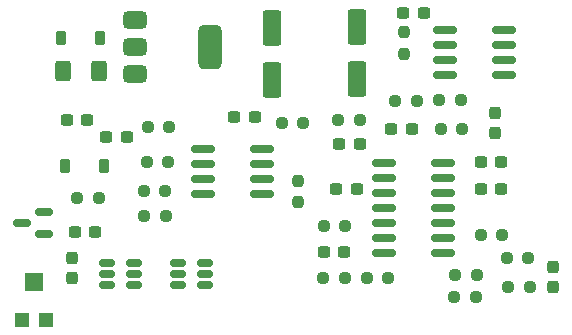
<source format=gtp>
%TF.GenerationSoftware,KiCad,Pcbnew,9.0.6*%
%TF.CreationDate,2025-12-01T20:52:41-05:00*%
%TF.ProjectId,Pico 2HP,5069636f-2032-4485-902e-6b696361645f,rev?*%
%TF.SameCoordinates,Original*%
%TF.FileFunction,Paste,Top*%
%TF.FilePolarity,Positive*%
%FSLAX46Y46*%
G04 Gerber Fmt 4.6, Leading zero omitted, Abs format (unit mm)*
G04 Created by KiCad (PCBNEW 9.0.6) date 2025-12-01 20:52:41*
%MOMM*%
%LPD*%
G01*
G04 APERTURE LIST*
G04 Aperture macros list*
%AMRoundRect*
0 Rectangle with rounded corners*
0 $1 Rounding radius*
0 $2 $3 $4 $5 $6 $7 $8 $9 X,Y pos of 4 corners*
0 Add a 4 corners polygon primitive as box body*
4,1,4,$2,$3,$4,$5,$6,$7,$8,$9,$2,$3,0*
0 Add four circle primitives for the rounded corners*
1,1,$1+$1,$2,$3*
1,1,$1+$1,$4,$5*
1,1,$1+$1,$6,$7*
1,1,$1+$1,$8,$9*
0 Add four rect primitives between the rounded corners*
20,1,$1+$1,$2,$3,$4,$5,0*
20,1,$1+$1,$4,$5,$6,$7,0*
20,1,$1+$1,$6,$7,$8,$9,0*
20,1,$1+$1,$8,$9,$2,$3,0*%
G04 Aperture macros list end*
%ADD10RoundRect,0.150000X-0.825000X-0.150000X0.825000X-0.150000X0.825000X0.150000X-0.825000X0.150000X0*%
%ADD11RoundRect,0.237500X-0.250000X-0.237500X0.250000X-0.237500X0.250000X0.237500X-0.250000X0.237500X0*%
%ADD12RoundRect,0.250000X-0.550000X1.250000X-0.550000X-1.250000X0.550000X-1.250000X0.550000X1.250000X0*%
%ADD13RoundRect,0.150000X0.825000X0.150000X-0.825000X0.150000X-0.825000X-0.150000X0.825000X-0.150000X0*%
%ADD14RoundRect,0.237500X0.250000X0.237500X-0.250000X0.237500X-0.250000X-0.237500X0.250000X-0.237500X0*%
%ADD15RoundRect,0.237500X-0.300000X-0.237500X0.300000X-0.237500X0.300000X0.237500X-0.300000X0.237500X0*%
%ADD16RoundRect,0.237500X0.237500X-0.300000X0.237500X0.300000X-0.237500X0.300000X-0.237500X-0.300000X0*%
%ADD17RoundRect,0.237500X0.300000X0.237500X-0.300000X0.237500X-0.300000X-0.237500X0.300000X-0.237500X0*%
%ADD18RoundRect,0.250000X-0.400000X-0.625000X0.400000X-0.625000X0.400000X0.625000X-0.400000X0.625000X0*%
%ADD19R,1.200000X1.200000*%
%ADD20R,1.600000X1.500000*%
%ADD21RoundRect,0.150000X0.587500X0.150000X-0.587500X0.150000X-0.587500X-0.150000X0.587500X-0.150000X0*%
%ADD22RoundRect,0.150000X0.512500X0.150000X-0.512500X0.150000X-0.512500X-0.150000X0.512500X-0.150000X0*%
%ADD23RoundRect,0.237500X-0.237500X0.300000X-0.237500X-0.300000X0.237500X-0.300000X0.237500X0.300000X0*%
%ADD24RoundRect,0.225000X0.225000X0.375000X-0.225000X0.375000X-0.225000X-0.375000X0.225000X-0.375000X0*%
%ADD25RoundRect,0.237500X-0.237500X0.250000X-0.237500X-0.250000X0.237500X-0.250000X0.237500X0.250000X0*%
%ADD26RoundRect,0.237500X0.237500X-0.250000X0.237500X0.250000X-0.237500X0.250000X-0.237500X-0.250000X0*%
%ADD27RoundRect,0.375000X-0.625000X-0.375000X0.625000X-0.375000X0.625000X0.375000X-0.625000X0.375000X0*%
%ADD28RoundRect,0.500000X-0.500000X-1.400000X0.500000X-1.400000X0.500000X1.400000X-0.500000X1.400000X0*%
%ADD29RoundRect,0.225000X-0.225000X-0.375000X0.225000X-0.375000X0.225000X0.375000X-0.225000X0.375000X0*%
G04 APERTURE END LIST*
D10*
%TO.C,U7*%
X92800000Y-63340000D03*
X92800000Y-64610000D03*
X92800000Y-65880000D03*
X92800000Y-67150000D03*
X97750000Y-67150000D03*
X97750000Y-65880000D03*
X97750000Y-64610000D03*
X97750000Y-63340000D03*
%TD*%
D11*
%TO.C,R2*%
X82150000Y-67500000D03*
X83975000Y-67500000D03*
%TD*%
%TO.C,R14*%
X118525000Y-72600000D03*
X120350000Y-72600000D03*
%TD*%
D12*
%TO.C,C6*%
X105825000Y-53000000D03*
X105825000Y-57400000D03*
%TD*%
D13*
%TO.C,U6*%
X113100000Y-72195000D03*
X113100000Y-70925000D03*
X113100000Y-69655000D03*
X113100000Y-68385000D03*
X113100000Y-67115000D03*
X113100000Y-65845000D03*
X113100000Y-64575000D03*
X108150000Y-64575000D03*
X108150000Y-65845000D03*
X108150000Y-67115000D03*
X108150000Y-68385000D03*
X108150000Y-69655000D03*
X108150000Y-70925000D03*
X108150000Y-72195000D03*
%TD*%
D14*
%TO.C,R19*%
X108475000Y-74275000D03*
X106650000Y-74275000D03*
%TD*%
D15*
%TO.C,C15*%
X116300000Y-66725000D03*
X118025000Y-66725000D03*
%TD*%
D14*
%TO.C,R16*%
X118125000Y-70600000D03*
X116300000Y-70600000D03*
%TD*%
%TO.C,R21*%
X115900000Y-75900000D03*
X114075000Y-75900000D03*
%TD*%
D11*
%TO.C,R13*%
X112912500Y-61625000D03*
X114737500Y-61625000D03*
%TD*%
D16*
%TO.C,C16*%
X122400000Y-75075000D03*
X122400000Y-73350000D03*
%TD*%
D17*
%TO.C,C11*%
X118050000Y-64475000D03*
X116325000Y-64475000D03*
%TD*%
D11*
%TO.C,R18*%
X114150000Y-74050000D03*
X115975000Y-74050000D03*
%TD*%
D18*
%TO.C,R1*%
X80925000Y-56725000D03*
X84025000Y-56725000D03*
%TD*%
D11*
%TO.C,R4*%
X88100000Y-61525000D03*
X89925000Y-61525000D03*
%TD*%
D12*
%TO.C,C3*%
X98650000Y-53125000D03*
X98650000Y-57525000D03*
%TD*%
D11*
%TO.C,R15*%
X102975000Y-74300000D03*
X104800000Y-74300000D03*
%TD*%
D19*
%TO.C,RV1*%
X77475000Y-77825000D03*
D20*
X78475000Y-74575000D03*
D19*
X79475000Y-77825000D03*
%TD*%
D21*
%TO.C,U4*%
X79375000Y-70575000D03*
X79375000Y-68675000D03*
X77500000Y-69625000D03*
%TD*%
D14*
%TO.C,R10*%
X110875000Y-59275000D03*
X109050000Y-59275000D03*
%TD*%
%TO.C,R9*%
X89625000Y-69000000D03*
X87800000Y-69000000D03*
%TD*%
D16*
%TO.C,C12*%
X81700000Y-74275000D03*
X81700000Y-72550000D03*
%TD*%
D11*
%TO.C,R12*%
X112787500Y-59225000D03*
X114612500Y-59225000D03*
%TD*%
%TO.C,R20*%
X118625000Y-75050000D03*
X120450000Y-75050000D03*
%TD*%
%TO.C,R11*%
X104250000Y-60875000D03*
X106075000Y-60875000D03*
%TD*%
D22*
%TO.C,U1*%
X92975000Y-74875000D03*
X92975000Y-73925000D03*
X92975000Y-72975000D03*
X90700000Y-72975000D03*
X90700000Y-73925000D03*
X90700000Y-74875000D03*
%TD*%
D17*
%TO.C,C13*%
X97175000Y-60650000D03*
X95450000Y-60650000D03*
%TD*%
D15*
%TO.C,C2*%
X84600000Y-62375000D03*
X86325000Y-62375000D03*
%TD*%
D13*
%TO.C,U5*%
X118275000Y-57122500D03*
X118275000Y-55852500D03*
X118275000Y-54582500D03*
X118275000Y-53312500D03*
X113325000Y-53312500D03*
X113325000Y-54582500D03*
X113325000Y-55852500D03*
X113325000Y-57122500D03*
%TD*%
D17*
%TO.C,C8*%
X110450000Y-61675000D03*
X108725000Y-61675000D03*
%TD*%
D23*
%TO.C,C10*%
X117500000Y-60300000D03*
X117500000Y-62025000D03*
%TD*%
D24*
%TO.C,D2*%
X84100000Y-53925000D03*
X80800000Y-53925000D03*
%TD*%
D15*
%TO.C,C9*%
X104350000Y-62925000D03*
X106075000Y-62925000D03*
%TD*%
D25*
%TO.C,R8*%
X100825000Y-66025000D03*
X100825000Y-67850000D03*
%TD*%
D26*
%TO.C,R3*%
X109850000Y-55275000D03*
X109850000Y-53450000D03*
%TD*%
D15*
%TO.C,C7*%
X109750000Y-51850000D03*
X111475000Y-51850000D03*
%TD*%
D22*
%TO.C,U2*%
X86975000Y-74875000D03*
X86975000Y-73925000D03*
X86975000Y-72975000D03*
X84700000Y-72975000D03*
X84700000Y-73925000D03*
X84700000Y-74875000D03*
%TD*%
D27*
%TO.C,U3*%
X87075000Y-52412500D03*
X87075000Y-54712500D03*
D28*
X93375000Y-54712500D03*
D27*
X87075000Y-57012500D03*
%TD*%
D11*
%TO.C,R5*%
X99475000Y-61125000D03*
X101300000Y-61125000D03*
%TD*%
D15*
%TO.C,C1*%
X81250000Y-60925000D03*
X82975000Y-60925000D03*
%TD*%
D14*
%TO.C,R7*%
X89600000Y-66900000D03*
X87775000Y-66900000D03*
%TD*%
D11*
%TO.C,R17*%
X103025000Y-69900000D03*
X104850000Y-69900000D03*
%TD*%
D17*
%TO.C,C14*%
X105800000Y-66775000D03*
X104075000Y-66775000D03*
%TD*%
D15*
%TO.C,C17*%
X103050000Y-72075000D03*
X104775000Y-72075000D03*
%TD*%
D29*
%TO.C,D1*%
X81075000Y-64825000D03*
X84375000Y-64825000D03*
%TD*%
D15*
%TO.C,C4*%
X81962500Y-70400000D03*
X83687500Y-70400000D03*
%TD*%
D14*
%TO.C,R6*%
X89875000Y-64425000D03*
X88050000Y-64425000D03*
%TD*%
M02*

</source>
